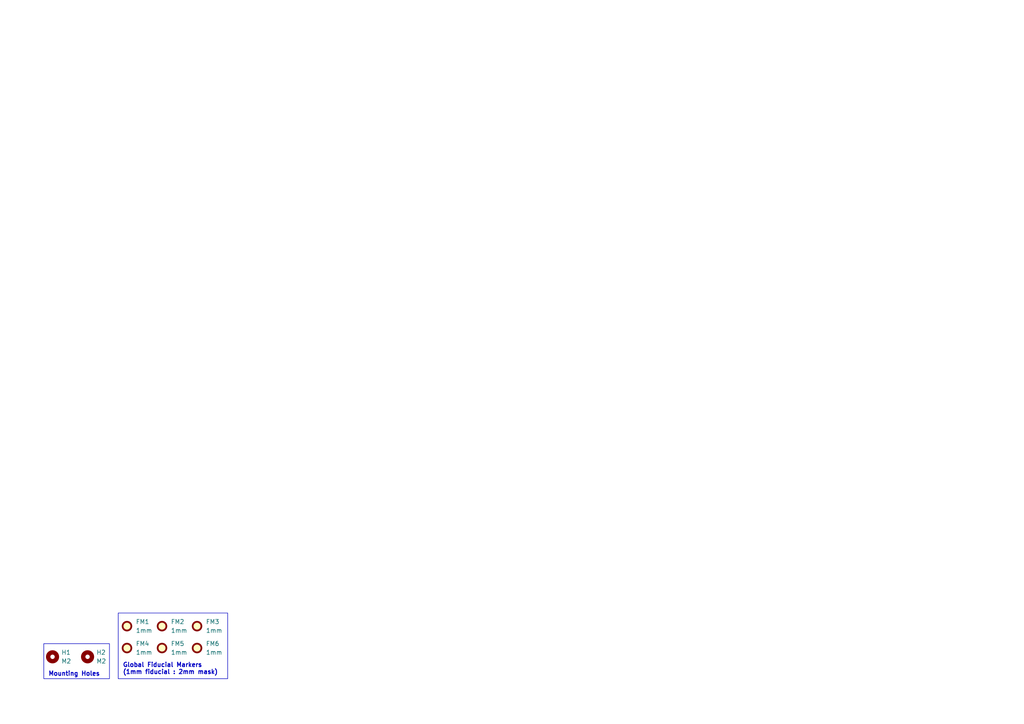
<source format=kicad_sch>
(kicad_sch (version 20250114) (generator "eeschema") (generator_version "9.0")
  (paper "A4")
  (title_block (title "Ignite") (rev "v0.1.0") (company "Daniel Jeon"))
  (lib_symbols
    (symbol "Mechanical:Fiducial" (in_bom no)
      (property "Reference" "FID" (at 0 5.08 0))
      (property "Value" "Fiducial" (at 0 3.175 0))
      (symbol "Fiducial_0_1"
        (circle (center 0 0) (radius 1.27) (stroke (width 0.508)) (fill (type background)))
      )
    )
    (symbol "Mechanical:MountingHole" (pin_names (offset 1.016)) (in_bom no)
      (property "Reference" "H" (at 0 5.08 0))
      (property "Value" "MountingHole" (at 0 3.175 0))
      (symbol "MountingHole_0_1"
        (circle (center 0 0) (radius 1.27) (stroke (width 1.27)))
      )
    )
  )
  (rectangle (start 34.29 177.8) (end 66.04 196.85))
  (rectangle (start 12.7 186.69) (end 31.75 196.85))
  (text "Mounting Holes" (at 13.97 194.818 0) (effects (font (size 1.27 1.27) (bold yes)) (justify left top)))
  (text "Global Fiducial Markers\n(1mm fiducial : 2mm mask)" (at 35.56 192.278 0) (effects (font (size 1.27 1.27) (bold yes)) (justify left top)))
  (symbol (lib_id "Mechanical:Fiducial") (at 46.99 181.61 0) (unit 1) (in_bom no)
    (property "Reference" "FM2" (at 49.53 180.3399 0) (effects (justify left)))
    (property "Value" "1mm" (at 49.53 182.8799 0) (effects (justify left)))
    (property "Footprint" "Fiducial:Fiducial_1mm_Mask2mm" (effects (hide yes)))
    (property "Description" "Fiducial Marker" (effects (hide yes)))
  )
  (symbol (lib_id "Mechanical:Fiducial") (at 57.15 181.61 0) (unit 1) (in_bom no)
    (property "Reference" "FM3" (at 59.69 180.3399 0) (effects (justify left)))
    (property "Value" "1mm" (at 59.69 182.8799 0) (effects (justify left)))
    (property "Footprint" "Fiducial:Fiducial_1mm_Mask2mm" (effects (hide yes)))
    (property "Description" "Fiducial Marker" (effects (hide yes)))
  )
  (symbol (lib_id "Mechanical:MountingHole") (at 15.24 190.5 0) (unit 1) (in_bom no)
    (property "Reference" "H1" (at 17.78 189.2299 0) (effects (justify left)))
    (property "Value" "M2" (at 17.78 191.7699 0) (effects (justify left)))
    (property "Footprint" "MountingHole:MountingHole_2.2mm_M2" (effects (hide yes)))
    (property "Description" "Mounting Hole without connection" (effects (hide yes)))
  )
  (symbol (lib_id "Mechanical:Fiducial") (at 36.83 181.61 0) (unit 1) (in_bom no)
    (property "Reference" "FM1" (at 39.37 180.3399 0) (effects (justify left)))
    (property "Value" "1mm" (at 39.37 182.8799 0) (effects (justify left)))
    (property "Footprint" "Fiducial:Fiducial_1mm_Mask2mm" (effects (hide yes)))
    (property "Description" "Fiducial Marker" (effects (hide yes)))
  )
  (symbol (lib_id "Mechanical:MountingHole") (at 25.4 190.5 0) (unit 1) (in_bom no)
    (property "Reference" "H2" (at 27.94 189.2299 0) (effects (justify left)))
    (property "Value" "M2" (at 27.94 191.7699 0) (effects (justify left)))
    (property "Footprint" "MountingHole:MountingHole_2.2mm_M2" (effects (hide yes)))
    (property "Description" "Mounting Hole without connection" (effects (hide yes)))
  )
  (symbol (lib_id "Mechanical:Fiducial") (at 46.99 187.96 0) (unit 1) (in_bom no)
    (property "Reference" "FM5" (at 49.53 186.6899 0) (effects (justify left)))
    (property "Value" "1mm" (at 49.53 189.2299 0) (effects (justify left)))
    (property "Footprint" "Fiducial:Fiducial_1mm_Mask2mm" (effects (hide yes)))
    (property "Description" "Fiducial Marker" (effects (hide yes)))
  )
  (symbol (lib_id "Mechanical:Fiducial") (at 57.15 187.96 0) (unit 1) (in_bom no)
    (property "Reference" "FM6" (at 59.69 186.6899 0) (effects (justify left)))
    (property "Value" "1mm" (at 59.69 189.2299 0) (effects (justify left)))
    (property "Footprint" "Fiducial:Fiducial_1mm_Mask2mm" (effects (hide yes)))
    (property "Description" "Fiducial Marker" (effects (hide yes)))
  )
  (symbol (lib_id "Mechanical:Fiducial") (at 36.83 187.96 0) (unit 1) (in_bom no)
    (property "Reference" "FM4" (at 39.37 186.6899 0) (effects (justify left)))
    (property "Value" "1mm" (at 39.37 189.2299 0) (effects (justify left)))
    (property "Footprint" "Fiducial:Fiducial_1mm_Mask2mm" (effects (hide yes)))
    (property "Description" "Fiducial Marker" (effects (hide yes)))
  )
)
</source>
